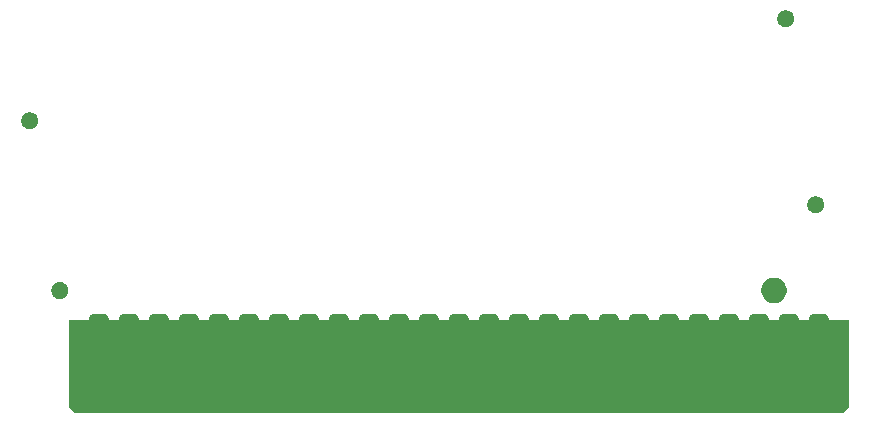
<source format=gbs>
G04 #@! TF.GenerationSoftware,KiCad,Pcbnew,(5.1.5-0-10_14)*
G04 #@! TF.CreationDate,2020-09-30T01:12:27-04:00*
G04 #@! TF.ProjectId,RAM128,52414d31-3238-42e6-9b69-6361645f7063,rev?*
G04 #@! TF.SameCoordinates,Original*
G04 #@! TF.FileFunction,Soldermask,Bot*
G04 #@! TF.FilePolarity,Negative*
%FSLAX46Y46*%
G04 Gerber Fmt 4.6, Leading zero omitted, Abs format (unit mm)*
G04 Created by KiCad (PCBNEW (5.1.5-0-10_14)) date 2020-09-30 01:12:27*
%MOMM*%
%LPD*%
G04 APERTURE LIST*
%ADD10C,0.100000*%
G04 APERTURE END LIST*
D10*
G36*
X139700000Y-139446000D02*
G01*
X139192000Y-139954000D01*
X74168000Y-139954000D01*
X73660000Y-139446000D01*
X73660000Y-132080000D01*
X139700000Y-132080000D01*
X139700000Y-139446000D01*
G37*
G36*
X137686355Y-131543544D02*
G01*
X137758967Y-131565570D01*
X137825881Y-131601336D01*
X137884531Y-131649469D01*
X137932664Y-131708119D01*
X137968430Y-131775033D01*
X137990456Y-131847645D01*
X137998200Y-131926267D01*
X137998200Y-138637733D01*
X137990456Y-138716355D01*
X137968430Y-138788967D01*
X137932664Y-138855881D01*
X137884531Y-138914531D01*
X137825881Y-138962664D01*
X137758967Y-138998430D01*
X137686355Y-139020456D01*
X137607733Y-139028200D01*
X136712267Y-139028200D01*
X136633645Y-139020456D01*
X136561033Y-138998430D01*
X136494119Y-138962664D01*
X136435469Y-138914531D01*
X136387336Y-138855881D01*
X136351570Y-138788967D01*
X136329544Y-138716355D01*
X136321800Y-138637733D01*
X136321800Y-131926267D01*
X136329544Y-131847645D01*
X136351570Y-131775033D01*
X136387336Y-131708119D01*
X136435469Y-131649469D01*
X136494119Y-131601336D01*
X136561033Y-131565570D01*
X136633645Y-131543544D01*
X136712267Y-131535800D01*
X137607733Y-131535800D01*
X137686355Y-131543544D01*
G37*
G36*
X135146355Y-131543544D02*
G01*
X135218967Y-131565570D01*
X135285881Y-131601336D01*
X135344531Y-131649469D01*
X135392664Y-131708119D01*
X135428430Y-131775033D01*
X135450456Y-131847645D01*
X135458200Y-131926267D01*
X135458200Y-138637733D01*
X135450456Y-138716355D01*
X135428430Y-138788967D01*
X135392664Y-138855881D01*
X135344531Y-138914531D01*
X135285881Y-138962664D01*
X135218967Y-138998430D01*
X135146355Y-139020456D01*
X135067733Y-139028200D01*
X134172267Y-139028200D01*
X134093645Y-139020456D01*
X134021033Y-138998430D01*
X133954119Y-138962664D01*
X133895469Y-138914531D01*
X133847336Y-138855881D01*
X133811570Y-138788967D01*
X133789544Y-138716355D01*
X133781800Y-138637733D01*
X133781800Y-131926267D01*
X133789544Y-131847645D01*
X133811570Y-131775033D01*
X133847336Y-131708119D01*
X133895469Y-131649469D01*
X133954119Y-131601336D01*
X134021033Y-131565570D01*
X134093645Y-131543544D01*
X134172267Y-131535800D01*
X135067733Y-131535800D01*
X135146355Y-131543544D01*
G37*
G36*
X132606355Y-131543544D02*
G01*
X132678967Y-131565570D01*
X132745881Y-131601336D01*
X132804531Y-131649469D01*
X132852664Y-131708119D01*
X132888430Y-131775033D01*
X132910456Y-131847645D01*
X132918200Y-131926267D01*
X132918200Y-138637733D01*
X132910456Y-138716355D01*
X132888430Y-138788967D01*
X132852664Y-138855881D01*
X132804531Y-138914531D01*
X132745881Y-138962664D01*
X132678967Y-138998430D01*
X132606355Y-139020456D01*
X132527733Y-139028200D01*
X131632267Y-139028200D01*
X131553645Y-139020456D01*
X131481033Y-138998430D01*
X131414119Y-138962664D01*
X131355469Y-138914531D01*
X131307336Y-138855881D01*
X131271570Y-138788967D01*
X131249544Y-138716355D01*
X131241800Y-138637733D01*
X131241800Y-131926267D01*
X131249544Y-131847645D01*
X131271570Y-131775033D01*
X131307336Y-131708119D01*
X131355469Y-131649469D01*
X131414119Y-131601336D01*
X131481033Y-131565570D01*
X131553645Y-131543544D01*
X131632267Y-131535800D01*
X132527733Y-131535800D01*
X132606355Y-131543544D01*
G37*
G36*
X130066355Y-131543544D02*
G01*
X130138967Y-131565570D01*
X130205881Y-131601336D01*
X130264531Y-131649469D01*
X130312664Y-131708119D01*
X130348430Y-131775033D01*
X130370456Y-131847645D01*
X130378200Y-131926267D01*
X130378200Y-138637733D01*
X130370456Y-138716355D01*
X130348430Y-138788967D01*
X130312664Y-138855881D01*
X130264531Y-138914531D01*
X130205881Y-138962664D01*
X130138967Y-138998430D01*
X130066355Y-139020456D01*
X129987733Y-139028200D01*
X129092267Y-139028200D01*
X129013645Y-139020456D01*
X128941033Y-138998430D01*
X128874119Y-138962664D01*
X128815469Y-138914531D01*
X128767336Y-138855881D01*
X128731570Y-138788967D01*
X128709544Y-138716355D01*
X128701800Y-138637733D01*
X128701800Y-131926267D01*
X128709544Y-131847645D01*
X128731570Y-131775033D01*
X128767336Y-131708119D01*
X128815469Y-131649469D01*
X128874119Y-131601336D01*
X128941033Y-131565570D01*
X129013645Y-131543544D01*
X129092267Y-131535800D01*
X129987733Y-131535800D01*
X130066355Y-131543544D01*
G37*
G36*
X127526355Y-131543544D02*
G01*
X127598967Y-131565570D01*
X127665881Y-131601336D01*
X127724531Y-131649469D01*
X127772664Y-131708119D01*
X127808430Y-131775033D01*
X127830456Y-131847645D01*
X127838200Y-131926267D01*
X127838200Y-138637733D01*
X127830456Y-138716355D01*
X127808430Y-138788967D01*
X127772664Y-138855881D01*
X127724531Y-138914531D01*
X127665881Y-138962664D01*
X127598967Y-138998430D01*
X127526355Y-139020456D01*
X127447733Y-139028200D01*
X126552267Y-139028200D01*
X126473645Y-139020456D01*
X126401033Y-138998430D01*
X126334119Y-138962664D01*
X126275469Y-138914531D01*
X126227336Y-138855881D01*
X126191570Y-138788967D01*
X126169544Y-138716355D01*
X126161800Y-138637733D01*
X126161800Y-131926267D01*
X126169544Y-131847645D01*
X126191570Y-131775033D01*
X126227336Y-131708119D01*
X126275469Y-131649469D01*
X126334119Y-131601336D01*
X126401033Y-131565570D01*
X126473645Y-131543544D01*
X126552267Y-131535800D01*
X127447733Y-131535800D01*
X127526355Y-131543544D01*
G37*
G36*
X124986355Y-131543544D02*
G01*
X125058967Y-131565570D01*
X125125881Y-131601336D01*
X125184531Y-131649469D01*
X125232664Y-131708119D01*
X125268430Y-131775033D01*
X125290456Y-131847645D01*
X125298200Y-131926267D01*
X125298200Y-138637733D01*
X125290456Y-138716355D01*
X125268430Y-138788967D01*
X125232664Y-138855881D01*
X125184531Y-138914531D01*
X125125881Y-138962664D01*
X125058967Y-138998430D01*
X124986355Y-139020456D01*
X124907733Y-139028200D01*
X124012267Y-139028200D01*
X123933645Y-139020456D01*
X123861033Y-138998430D01*
X123794119Y-138962664D01*
X123735469Y-138914531D01*
X123687336Y-138855881D01*
X123651570Y-138788967D01*
X123629544Y-138716355D01*
X123621800Y-138637733D01*
X123621800Y-131926267D01*
X123629544Y-131847645D01*
X123651570Y-131775033D01*
X123687336Y-131708119D01*
X123735469Y-131649469D01*
X123794119Y-131601336D01*
X123861033Y-131565570D01*
X123933645Y-131543544D01*
X124012267Y-131535800D01*
X124907733Y-131535800D01*
X124986355Y-131543544D01*
G37*
G36*
X122446355Y-131543544D02*
G01*
X122518967Y-131565570D01*
X122585881Y-131601336D01*
X122644531Y-131649469D01*
X122692664Y-131708119D01*
X122728430Y-131775033D01*
X122750456Y-131847645D01*
X122758200Y-131926267D01*
X122758200Y-138637733D01*
X122750456Y-138716355D01*
X122728430Y-138788967D01*
X122692664Y-138855881D01*
X122644531Y-138914531D01*
X122585881Y-138962664D01*
X122518967Y-138998430D01*
X122446355Y-139020456D01*
X122367733Y-139028200D01*
X121472267Y-139028200D01*
X121393645Y-139020456D01*
X121321033Y-138998430D01*
X121254119Y-138962664D01*
X121195469Y-138914531D01*
X121147336Y-138855881D01*
X121111570Y-138788967D01*
X121089544Y-138716355D01*
X121081800Y-138637733D01*
X121081800Y-131926267D01*
X121089544Y-131847645D01*
X121111570Y-131775033D01*
X121147336Y-131708119D01*
X121195469Y-131649469D01*
X121254119Y-131601336D01*
X121321033Y-131565570D01*
X121393645Y-131543544D01*
X121472267Y-131535800D01*
X122367733Y-131535800D01*
X122446355Y-131543544D01*
G37*
G36*
X119906355Y-131543544D02*
G01*
X119978967Y-131565570D01*
X120045881Y-131601336D01*
X120104531Y-131649469D01*
X120152664Y-131708119D01*
X120188430Y-131775033D01*
X120210456Y-131847645D01*
X120218200Y-131926267D01*
X120218200Y-138637733D01*
X120210456Y-138716355D01*
X120188430Y-138788967D01*
X120152664Y-138855881D01*
X120104531Y-138914531D01*
X120045881Y-138962664D01*
X119978967Y-138998430D01*
X119906355Y-139020456D01*
X119827733Y-139028200D01*
X118932267Y-139028200D01*
X118853645Y-139020456D01*
X118781033Y-138998430D01*
X118714119Y-138962664D01*
X118655469Y-138914531D01*
X118607336Y-138855881D01*
X118571570Y-138788967D01*
X118549544Y-138716355D01*
X118541800Y-138637733D01*
X118541800Y-131926267D01*
X118549544Y-131847645D01*
X118571570Y-131775033D01*
X118607336Y-131708119D01*
X118655469Y-131649469D01*
X118714119Y-131601336D01*
X118781033Y-131565570D01*
X118853645Y-131543544D01*
X118932267Y-131535800D01*
X119827733Y-131535800D01*
X119906355Y-131543544D01*
G37*
G36*
X117366355Y-131543544D02*
G01*
X117438967Y-131565570D01*
X117505881Y-131601336D01*
X117564531Y-131649469D01*
X117612664Y-131708119D01*
X117648430Y-131775033D01*
X117670456Y-131847645D01*
X117678200Y-131926267D01*
X117678200Y-138637733D01*
X117670456Y-138716355D01*
X117648430Y-138788967D01*
X117612664Y-138855881D01*
X117564531Y-138914531D01*
X117505881Y-138962664D01*
X117438967Y-138998430D01*
X117366355Y-139020456D01*
X117287733Y-139028200D01*
X116392267Y-139028200D01*
X116313645Y-139020456D01*
X116241033Y-138998430D01*
X116174119Y-138962664D01*
X116115469Y-138914531D01*
X116067336Y-138855881D01*
X116031570Y-138788967D01*
X116009544Y-138716355D01*
X116001800Y-138637733D01*
X116001800Y-131926267D01*
X116009544Y-131847645D01*
X116031570Y-131775033D01*
X116067336Y-131708119D01*
X116115469Y-131649469D01*
X116174119Y-131601336D01*
X116241033Y-131565570D01*
X116313645Y-131543544D01*
X116392267Y-131535800D01*
X117287733Y-131535800D01*
X117366355Y-131543544D01*
G37*
G36*
X114826355Y-131543544D02*
G01*
X114898967Y-131565570D01*
X114965881Y-131601336D01*
X115024531Y-131649469D01*
X115072664Y-131708119D01*
X115108430Y-131775033D01*
X115130456Y-131847645D01*
X115138200Y-131926267D01*
X115138200Y-138637733D01*
X115130456Y-138716355D01*
X115108430Y-138788967D01*
X115072664Y-138855881D01*
X115024531Y-138914531D01*
X114965881Y-138962664D01*
X114898967Y-138998430D01*
X114826355Y-139020456D01*
X114747733Y-139028200D01*
X113852267Y-139028200D01*
X113773645Y-139020456D01*
X113701033Y-138998430D01*
X113634119Y-138962664D01*
X113575469Y-138914531D01*
X113527336Y-138855881D01*
X113491570Y-138788967D01*
X113469544Y-138716355D01*
X113461800Y-138637733D01*
X113461800Y-131926267D01*
X113469544Y-131847645D01*
X113491570Y-131775033D01*
X113527336Y-131708119D01*
X113575469Y-131649469D01*
X113634119Y-131601336D01*
X113701033Y-131565570D01*
X113773645Y-131543544D01*
X113852267Y-131535800D01*
X114747733Y-131535800D01*
X114826355Y-131543544D01*
G37*
G36*
X112286355Y-131543544D02*
G01*
X112358967Y-131565570D01*
X112425881Y-131601336D01*
X112484531Y-131649469D01*
X112532664Y-131708119D01*
X112568430Y-131775033D01*
X112590456Y-131847645D01*
X112598200Y-131926267D01*
X112598200Y-138637733D01*
X112590456Y-138716355D01*
X112568430Y-138788967D01*
X112532664Y-138855881D01*
X112484531Y-138914531D01*
X112425881Y-138962664D01*
X112358967Y-138998430D01*
X112286355Y-139020456D01*
X112207733Y-139028200D01*
X111312267Y-139028200D01*
X111233645Y-139020456D01*
X111161033Y-138998430D01*
X111094119Y-138962664D01*
X111035469Y-138914531D01*
X110987336Y-138855881D01*
X110951570Y-138788967D01*
X110929544Y-138716355D01*
X110921800Y-138637733D01*
X110921800Y-131926267D01*
X110929544Y-131847645D01*
X110951570Y-131775033D01*
X110987336Y-131708119D01*
X111035469Y-131649469D01*
X111094119Y-131601336D01*
X111161033Y-131565570D01*
X111233645Y-131543544D01*
X111312267Y-131535800D01*
X112207733Y-131535800D01*
X112286355Y-131543544D01*
G37*
G36*
X109746355Y-131543544D02*
G01*
X109818967Y-131565570D01*
X109885881Y-131601336D01*
X109944531Y-131649469D01*
X109992664Y-131708119D01*
X110028430Y-131775033D01*
X110050456Y-131847645D01*
X110058200Y-131926267D01*
X110058200Y-138637733D01*
X110050456Y-138716355D01*
X110028430Y-138788967D01*
X109992664Y-138855881D01*
X109944531Y-138914531D01*
X109885881Y-138962664D01*
X109818967Y-138998430D01*
X109746355Y-139020456D01*
X109667733Y-139028200D01*
X108772267Y-139028200D01*
X108693645Y-139020456D01*
X108621033Y-138998430D01*
X108554119Y-138962664D01*
X108495469Y-138914531D01*
X108447336Y-138855881D01*
X108411570Y-138788967D01*
X108389544Y-138716355D01*
X108381800Y-138637733D01*
X108381800Y-131926267D01*
X108389544Y-131847645D01*
X108411570Y-131775033D01*
X108447336Y-131708119D01*
X108495469Y-131649469D01*
X108554119Y-131601336D01*
X108621033Y-131565570D01*
X108693645Y-131543544D01*
X108772267Y-131535800D01*
X109667733Y-131535800D01*
X109746355Y-131543544D01*
G37*
G36*
X107206355Y-131543544D02*
G01*
X107278967Y-131565570D01*
X107345881Y-131601336D01*
X107404531Y-131649469D01*
X107452664Y-131708119D01*
X107488430Y-131775033D01*
X107510456Y-131847645D01*
X107518200Y-131926267D01*
X107518200Y-138637733D01*
X107510456Y-138716355D01*
X107488430Y-138788967D01*
X107452664Y-138855881D01*
X107404531Y-138914531D01*
X107345881Y-138962664D01*
X107278967Y-138998430D01*
X107206355Y-139020456D01*
X107127733Y-139028200D01*
X106232267Y-139028200D01*
X106153645Y-139020456D01*
X106081033Y-138998430D01*
X106014119Y-138962664D01*
X105955469Y-138914531D01*
X105907336Y-138855881D01*
X105871570Y-138788967D01*
X105849544Y-138716355D01*
X105841800Y-138637733D01*
X105841800Y-131926267D01*
X105849544Y-131847645D01*
X105871570Y-131775033D01*
X105907336Y-131708119D01*
X105955469Y-131649469D01*
X106014119Y-131601336D01*
X106081033Y-131565570D01*
X106153645Y-131543544D01*
X106232267Y-131535800D01*
X107127733Y-131535800D01*
X107206355Y-131543544D01*
G37*
G36*
X104666355Y-131543544D02*
G01*
X104738967Y-131565570D01*
X104805881Y-131601336D01*
X104864531Y-131649469D01*
X104912664Y-131708119D01*
X104948430Y-131775033D01*
X104970456Y-131847645D01*
X104978200Y-131926267D01*
X104978200Y-138637733D01*
X104970456Y-138716355D01*
X104948430Y-138788967D01*
X104912664Y-138855881D01*
X104864531Y-138914531D01*
X104805881Y-138962664D01*
X104738967Y-138998430D01*
X104666355Y-139020456D01*
X104587733Y-139028200D01*
X103692267Y-139028200D01*
X103613645Y-139020456D01*
X103541033Y-138998430D01*
X103474119Y-138962664D01*
X103415469Y-138914531D01*
X103367336Y-138855881D01*
X103331570Y-138788967D01*
X103309544Y-138716355D01*
X103301800Y-138637733D01*
X103301800Y-131926267D01*
X103309544Y-131847645D01*
X103331570Y-131775033D01*
X103367336Y-131708119D01*
X103415469Y-131649469D01*
X103474119Y-131601336D01*
X103541033Y-131565570D01*
X103613645Y-131543544D01*
X103692267Y-131535800D01*
X104587733Y-131535800D01*
X104666355Y-131543544D01*
G37*
G36*
X102126355Y-131543544D02*
G01*
X102198967Y-131565570D01*
X102265881Y-131601336D01*
X102324531Y-131649469D01*
X102372664Y-131708119D01*
X102408430Y-131775033D01*
X102430456Y-131847645D01*
X102438200Y-131926267D01*
X102438200Y-138637733D01*
X102430456Y-138716355D01*
X102408430Y-138788967D01*
X102372664Y-138855881D01*
X102324531Y-138914531D01*
X102265881Y-138962664D01*
X102198967Y-138998430D01*
X102126355Y-139020456D01*
X102047733Y-139028200D01*
X101152267Y-139028200D01*
X101073645Y-139020456D01*
X101001033Y-138998430D01*
X100934119Y-138962664D01*
X100875469Y-138914531D01*
X100827336Y-138855881D01*
X100791570Y-138788967D01*
X100769544Y-138716355D01*
X100761800Y-138637733D01*
X100761800Y-131926267D01*
X100769544Y-131847645D01*
X100791570Y-131775033D01*
X100827336Y-131708119D01*
X100875469Y-131649469D01*
X100934119Y-131601336D01*
X101001033Y-131565570D01*
X101073645Y-131543544D01*
X101152267Y-131535800D01*
X102047733Y-131535800D01*
X102126355Y-131543544D01*
G37*
G36*
X99586355Y-131543544D02*
G01*
X99658967Y-131565570D01*
X99725881Y-131601336D01*
X99784531Y-131649469D01*
X99832664Y-131708119D01*
X99868430Y-131775033D01*
X99890456Y-131847645D01*
X99898200Y-131926267D01*
X99898200Y-138637733D01*
X99890456Y-138716355D01*
X99868430Y-138788967D01*
X99832664Y-138855881D01*
X99784531Y-138914531D01*
X99725881Y-138962664D01*
X99658967Y-138998430D01*
X99586355Y-139020456D01*
X99507733Y-139028200D01*
X98612267Y-139028200D01*
X98533645Y-139020456D01*
X98461033Y-138998430D01*
X98394119Y-138962664D01*
X98335469Y-138914531D01*
X98287336Y-138855881D01*
X98251570Y-138788967D01*
X98229544Y-138716355D01*
X98221800Y-138637733D01*
X98221800Y-131926267D01*
X98229544Y-131847645D01*
X98251570Y-131775033D01*
X98287336Y-131708119D01*
X98335469Y-131649469D01*
X98394119Y-131601336D01*
X98461033Y-131565570D01*
X98533645Y-131543544D01*
X98612267Y-131535800D01*
X99507733Y-131535800D01*
X99586355Y-131543544D01*
G37*
G36*
X97046355Y-131543544D02*
G01*
X97118967Y-131565570D01*
X97185881Y-131601336D01*
X97244531Y-131649469D01*
X97292664Y-131708119D01*
X97328430Y-131775033D01*
X97350456Y-131847645D01*
X97358200Y-131926267D01*
X97358200Y-138637733D01*
X97350456Y-138716355D01*
X97328430Y-138788967D01*
X97292664Y-138855881D01*
X97244531Y-138914531D01*
X97185881Y-138962664D01*
X97118967Y-138998430D01*
X97046355Y-139020456D01*
X96967733Y-139028200D01*
X96072267Y-139028200D01*
X95993645Y-139020456D01*
X95921033Y-138998430D01*
X95854119Y-138962664D01*
X95795469Y-138914531D01*
X95747336Y-138855881D01*
X95711570Y-138788967D01*
X95689544Y-138716355D01*
X95681800Y-138637733D01*
X95681800Y-131926267D01*
X95689544Y-131847645D01*
X95711570Y-131775033D01*
X95747336Y-131708119D01*
X95795469Y-131649469D01*
X95854119Y-131601336D01*
X95921033Y-131565570D01*
X95993645Y-131543544D01*
X96072267Y-131535800D01*
X96967733Y-131535800D01*
X97046355Y-131543544D01*
G37*
G36*
X94506355Y-131543544D02*
G01*
X94578967Y-131565570D01*
X94645881Y-131601336D01*
X94704531Y-131649469D01*
X94752664Y-131708119D01*
X94788430Y-131775033D01*
X94810456Y-131847645D01*
X94818200Y-131926267D01*
X94818200Y-138637733D01*
X94810456Y-138716355D01*
X94788430Y-138788967D01*
X94752664Y-138855881D01*
X94704531Y-138914531D01*
X94645881Y-138962664D01*
X94578967Y-138998430D01*
X94506355Y-139020456D01*
X94427733Y-139028200D01*
X93532267Y-139028200D01*
X93453645Y-139020456D01*
X93381033Y-138998430D01*
X93314119Y-138962664D01*
X93255469Y-138914531D01*
X93207336Y-138855881D01*
X93171570Y-138788967D01*
X93149544Y-138716355D01*
X93141800Y-138637733D01*
X93141800Y-131926267D01*
X93149544Y-131847645D01*
X93171570Y-131775033D01*
X93207336Y-131708119D01*
X93255469Y-131649469D01*
X93314119Y-131601336D01*
X93381033Y-131565570D01*
X93453645Y-131543544D01*
X93532267Y-131535800D01*
X94427733Y-131535800D01*
X94506355Y-131543544D01*
G37*
G36*
X91966355Y-131543544D02*
G01*
X92038967Y-131565570D01*
X92105881Y-131601336D01*
X92164531Y-131649469D01*
X92212664Y-131708119D01*
X92248430Y-131775033D01*
X92270456Y-131847645D01*
X92278200Y-131926267D01*
X92278200Y-138637733D01*
X92270456Y-138716355D01*
X92248430Y-138788967D01*
X92212664Y-138855881D01*
X92164531Y-138914531D01*
X92105881Y-138962664D01*
X92038967Y-138998430D01*
X91966355Y-139020456D01*
X91887733Y-139028200D01*
X90992267Y-139028200D01*
X90913645Y-139020456D01*
X90841033Y-138998430D01*
X90774119Y-138962664D01*
X90715469Y-138914531D01*
X90667336Y-138855881D01*
X90631570Y-138788967D01*
X90609544Y-138716355D01*
X90601800Y-138637733D01*
X90601800Y-131926267D01*
X90609544Y-131847645D01*
X90631570Y-131775033D01*
X90667336Y-131708119D01*
X90715469Y-131649469D01*
X90774119Y-131601336D01*
X90841033Y-131565570D01*
X90913645Y-131543544D01*
X90992267Y-131535800D01*
X91887733Y-131535800D01*
X91966355Y-131543544D01*
G37*
G36*
X89426355Y-131543544D02*
G01*
X89498967Y-131565570D01*
X89565881Y-131601336D01*
X89624531Y-131649469D01*
X89672664Y-131708119D01*
X89708430Y-131775033D01*
X89730456Y-131847645D01*
X89738200Y-131926267D01*
X89738200Y-138637733D01*
X89730456Y-138716355D01*
X89708430Y-138788967D01*
X89672664Y-138855881D01*
X89624531Y-138914531D01*
X89565881Y-138962664D01*
X89498967Y-138998430D01*
X89426355Y-139020456D01*
X89347733Y-139028200D01*
X88452267Y-139028200D01*
X88373645Y-139020456D01*
X88301033Y-138998430D01*
X88234119Y-138962664D01*
X88175469Y-138914531D01*
X88127336Y-138855881D01*
X88091570Y-138788967D01*
X88069544Y-138716355D01*
X88061800Y-138637733D01*
X88061800Y-131926267D01*
X88069544Y-131847645D01*
X88091570Y-131775033D01*
X88127336Y-131708119D01*
X88175469Y-131649469D01*
X88234119Y-131601336D01*
X88301033Y-131565570D01*
X88373645Y-131543544D01*
X88452267Y-131535800D01*
X89347733Y-131535800D01*
X89426355Y-131543544D01*
G37*
G36*
X86886355Y-131543544D02*
G01*
X86958967Y-131565570D01*
X87025881Y-131601336D01*
X87084531Y-131649469D01*
X87132664Y-131708119D01*
X87168430Y-131775033D01*
X87190456Y-131847645D01*
X87198200Y-131926267D01*
X87198200Y-138637733D01*
X87190456Y-138716355D01*
X87168430Y-138788967D01*
X87132664Y-138855881D01*
X87084531Y-138914531D01*
X87025881Y-138962664D01*
X86958967Y-138998430D01*
X86886355Y-139020456D01*
X86807733Y-139028200D01*
X85912267Y-139028200D01*
X85833645Y-139020456D01*
X85761033Y-138998430D01*
X85694119Y-138962664D01*
X85635469Y-138914531D01*
X85587336Y-138855881D01*
X85551570Y-138788967D01*
X85529544Y-138716355D01*
X85521800Y-138637733D01*
X85521800Y-131926267D01*
X85529544Y-131847645D01*
X85551570Y-131775033D01*
X85587336Y-131708119D01*
X85635469Y-131649469D01*
X85694119Y-131601336D01*
X85761033Y-131565570D01*
X85833645Y-131543544D01*
X85912267Y-131535800D01*
X86807733Y-131535800D01*
X86886355Y-131543544D01*
G37*
G36*
X84346355Y-131543544D02*
G01*
X84418967Y-131565570D01*
X84485881Y-131601336D01*
X84544531Y-131649469D01*
X84592664Y-131708119D01*
X84628430Y-131775033D01*
X84650456Y-131847645D01*
X84658200Y-131926267D01*
X84658200Y-138637733D01*
X84650456Y-138716355D01*
X84628430Y-138788967D01*
X84592664Y-138855881D01*
X84544531Y-138914531D01*
X84485881Y-138962664D01*
X84418967Y-138998430D01*
X84346355Y-139020456D01*
X84267733Y-139028200D01*
X83372267Y-139028200D01*
X83293645Y-139020456D01*
X83221033Y-138998430D01*
X83154119Y-138962664D01*
X83095469Y-138914531D01*
X83047336Y-138855881D01*
X83011570Y-138788967D01*
X82989544Y-138716355D01*
X82981800Y-138637733D01*
X82981800Y-131926267D01*
X82989544Y-131847645D01*
X83011570Y-131775033D01*
X83047336Y-131708119D01*
X83095469Y-131649469D01*
X83154119Y-131601336D01*
X83221033Y-131565570D01*
X83293645Y-131543544D01*
X83372267Y-131535800D01*
X84267733Y-131535800D01*
X84346355Y-131543544D01*
G37*
G36*
X81806355Y-131543544D02*
G01*
X81878967Y-131565570D01*
X81945881Y-131601336D01*
X82004531Y-131649469D01*
X82052664Y-131708119D01*
X82088430Y-131775033D01*
X82110456Y-131847645D01*
X82118200Y-131926267D01*
X82118200Y-138637733D01*
X82110456Y-138716355D01*
X82088430Y-138788967D01*
X82052664Y-138855881D01*
X82004531Y-138914531D01*
X81945881Y-138962664D01*
X81878967Y-138998430D01*
X81806355Y-139020456D01*
X81727733Y-139028200D01*
X80832267Y-139028200D01*
X80753645Y-139020456D01*
X80681033Y-138998430D01*
X80614119Y-138962664D01*
X80555469Y-138914531D01*
X80507336Y-138855881D01*
X80471570Y-138788967D01*
X80449544Y-138716355D01*
X80441800Y-138637733D01*
X80441800Y-131926267D01*
X80449544Y-131847645D01*
X80471570Y-131775033D01*
X80507336Y-131708119D01*
X80555469Y-131649469D01*
X80614119Y-131601336D01*
X80681033Y-131565570D01*
X80753645Y-131543544D01*
X80832267Y-131535800D01*
X81727733Y-131535800D01*
X81806355Y-131543544D01*
G37*
G36*
X79266355Y-131543544D02*
G01*
X79338967Y-131565570D01*
X79405881Y-131601336D01*
X79464531Y-131649469D01*
X79512664Y-131708119D01*
X79548430Y-131775033D01*
X79570456Y-131847645D01*
X79578200Y-131926267D01*
X79578200Y-138637733D01*
X79570456Y-138716355D01*
X79548430Y-138788967D01*
X79512664Y-138855881D01*
X79464531Y-138914531D01*
X79405881Y-138962664D01*
X79338967Y-138998430D01*
X79266355Y-139020456D01*
X79187733Y-139028200D01*
X78292267Y-139028200D01*
X78213645Y-139020456D01*
X78141033Y-138998430D01*
X78074119Y-138962664D01*
X78015469Y-138914531D01*
X77967336Y-138855881D01*
X77931570Y-138788967D01*
X77909544Y-138716355D01*
X77901800Y-138637733D01*
X77901800Y-131926267D01*
X77909544Y-131847645D01*
X77931570Y-131775033D01*
X77967336Y-131708119D01*
X78015469Y-131649469D01*
X78074119Y-131601336D01*
X78141033Y-131565570D01*
X78213645Y-131543544D01*
X78292267Y-131535800D01*
X79187733Y-131535800D01*
X79266355Y-131543544D01*
G37*
G36*
X76726355Y-131543544D02*
G01*
X76798967Y-131565570D01*
X76865881Y-131601336D01*
X76924531Y-131649469D01*
X76972664Y-131708119D01*
X77008430Y-131775033D01*
X77030456Y-131847645D01*
X77038200Y-131926267D01*
X77038200Y-138637733D01*
X77030456Y-138716355D01*
X77008430Y-138788967D01*
X76972664Y-138855881D01*
X76924531Y-138914531D01*
X76865881Y-138962664D01*
X76798967Y-138998430D01*
X76726355Y-139020456D01*
X76647733Y-139028200D01*
X75752267Y-139028200D01*
X75673645Y-139020456D01*
X75601033Y-138998430D01*
X75534119Y-138962664D01*
X75475469Y-138914531D01*
X75427336Y-138855881D01*
X75391570Y-138788967D01*
X75369544Y-138716355D01*
X75361800Y-138637733D01*
X75361800Y-131926267D01*
X75369544Y-131847645D01*
X75391570Y-131775033D01*
X75427336Y-131708119D01*
X75475469Y-131649469D01*
X75534119Y-131601336D01*
X75601033Y-131565570D01*
X75673645Y-131543544D01*
X75752267Y-131535800D01*
X76647733Y-131535800D01*
X76726355Y-131543544D01*
G37*
G36*
X133663914Y-128505157D02*
G01*
X133859777Y-128586286D01*
X134036033Y-128704057D01*
X134185943Y-128853967D01*
X134303714Y-129030223D01*
X134384843Y-129226086D01*
X134426200Y-129434004D01*
X134426200Y-129645996D01*
X134384843Y-129853914D01*
X134303714Y-130049777D01*
X134185943Y-130226033D01*
X134036033Y-130375943D01*
X133859777Y-130493714D01*
X133663914Y-130574843D01*
X133455996Y-130616200D01*
X133244004Y-130616200D01*
X133036086Y-130574843D01*
X132840223Y-130493714D01*
X132663967Y-130375943D01*
X132514057Y-130226033D01*
X132396286Y-130049777D01*
X132315157Y-129853914D01*
X132273800Y-129645996D01*
X132273800Y-129434004D01*
X132315157Y-129226086D01*
X132396286Y-129030223D01*
X132514057Y-128853967D01*
X132663967Y-128704057D01*
X132840223Y-128586286D01*
X133036086Y-128505157D01*
X133244004Y-128463800D01*
X133455996Y-128463800D01*
X133663914Y-128505157D01*
G37*
G36*
X73015933Y-128825274D02*
G01*
X73109185Y-128843823D01*
X73240939Y-128898398D01*
X73240940Y-128898399D01*
X73240943Y-128898400D01*
X73359523Y-128977633D01*
X73460367Y-129078477D01*
X73539600Y-129197057D01*
X73539601Y-129197060D01*
X73539602Y-129197061D01*
X73594177Y-129328815D01*
X73622000Y-129468693D01*
X73622000Y-129611307D01*
X73594177Y-129751185D01*
X73539602Y-129882939D01*
X73539600Y-129882943D01*
X73460367Y-130001523D01*
X73359523Y-130102367D01*
X73240943Y-130181600D01*
X73240940Y-130181601D01*
X73240939Y-130181602D01*
X73109185Y-130236177D01*
X73015933Y-130254726D01*
X72969308Y-130264000D01*
X72826692Y-130264000D01*
X72780067Y-130254726D01*
X72686815Y-130236177D01*
X72555061Y-130181602D01*
X72555060Y-130181601D01*
X72555057Y-130181600D01*
X72436477Y-130102367D01*
X72335633Y-130001523D01*
X72256400Y-129882943D01*
X72256398Y-129882939D01*
X72201823Y-129751185D01*
X72174000Y-129611307D01*
X72174000Y-129468693D01*
X72201823Y-129328815D01*
X72256398Y-129197061D01*
X72256399Y-129197060D01*
X72256400Y-129197057D01*
X72335633Y-129078477D01*
X72436477Y-128977633D01*
X72555057Y-128898400D01*
X72555060Y-128898399D01*
X72555061Y-128898398D01*
X72686815Y-128843823D01*
X72780067Y-128825274D01*
X72826692Y-128816000D01*
X72969308Y-128816000D01*
X73015933Y-128825274D01*
G37*
G36*
X137023933Y-121586274D02*
G01*
X137117185Y-121604823D01*
X137248939Y-121659398D01*
X137248940Y-121659399D01*
X137248943Y-121659400D01*
X137367523Y-121738633D01*
X137468367Y-121839477D01*
X137547600Y-121958057D01*
X137547601Y-121958060D01*
X137547602Y-121958061D01*
X137602177Y-122089815D01*
X137630000Y-122229693D01*
X137630000Y-122372307D01*
X137602177Y-122512185D01*
X137547602Y-122643939D01*
X137547600Y-122643943D01*
X137468367Y-122762523D01*
X137367523Y-122863367D01*
X137248943Y-122942600D01*
X137248940Y-122942601D01*
X137248939Y-122942602D01*
X137117185Y-122997177D01*
X137023933Y-123015726D01*
X136977308Y-123025000D01*
X136834692Y-123025000D01*
X136788067Y-123015726D01*
X136694815Y-122997177D01*
X136563061Y-122942602D01*
X136563060Y-122942601D01*
X136563057Y-122942600D01*
X136444477Y-122863367D01*
X136343633Y-122762523D01*
X136264400Y-122643943D01*
X136264398Y-122643939D01*
X136209823Y-122512185D01*
X136182000Y-122372307D01*
X136182000Y-122229693D01*
X136209823Y-122089815D01*
X136264398Y-121958061D01*
X136264399Y-121958060D01*
X136264400Y-121958057D01*
X136343633Y-121839477D01*
X136444477Y-121738633D01*
X136563057Y-121659400D01*
X136563060Y-121659399D01*
X136563061Y-121659398D01*
X136694815Y-121604823D01*
X136788067Y-121586274D01*
X136834692Y-121577000D01*
X136977308Y-121577000D01*
X137023933Y-121586274D01*
G37*
G36*
X70475933Y-114474274D02*
G01*
X70569185Y-114492823D01*
X70700939Y-114547398D01*
X70700940Y-114547399D01*
X70700943Y-114547400D01*
X70819523Y-114626633D01*
X70920367Y-114727477D01*
X70999600Y-114846057D01*
X70999601Y-114846060D01*
X70999602Y-114846061D01*
X71054177Y-114977815D01*
X71082000Y-115117693D01*
X71082000Y-115260307D01*
X71054177Y-115400185D01*
X70999602Y-115531939D01*
X70999600Y-115531943D01*
X70920367Y-115650523D01*
X70819523Y-115751367D01*
X70700943Y-115830600D01*
X70700940Y-115830601D01*
X70700939Y-115830602D01*
X70569185Y-115885177D01*
X70475933Y-115903726D01*
X70429308Y-115913000D01*
X70286692Y-115913000D01*
X70240067Y-115903726D01*
X70146815Y-115885177D01*
X70015061Y-115830602D01*
X70015060Y-115830601D01*
X70015057Y-115830600D01*
X69896477Y-115751367D01*
X69795633Y-115650523D01*
X69716400Y-115531943D01*
X69716398Y-115531939D01*
X69661823Y-115400185D01*
X69634000Y-115260307D01*
X69634000Y-115117693D01*
X69661823Y-114977815D01*
X69716398Y-114846061D01*
X69716399Y-114846060D01*
X69716400Y-114846057D01*
X69795633Y-114727477D01*
X69896477Y-114626633D01*
X70015057Y-114547400D01*
X70015060Y-114547399D01*
X70015061Y-114547398D01*
X70146815Y-114492823D01*
X70240067Y-114474274D01*
X70286692Y-114465000D01*
X70429308Y-114465000D01*
X70475933Y-114474274D01*
G37*
G36*
X134483933Y-105838274D02*
G01*
X134577185Y-105856823D01*
X134708939Y-105911398D01*
X134708940Y-105911399D01*
X134708943Y-105911400D01*
X134827523Y-105990633D01*
X134928367Y-106091477D01*
X135007600Y-106210057D01*
X135007601Y-106210060D01*
X135007602Y-106210061D01*
X135062177Y-106341815D01*
X135090000Y-106481693D01*
X135090000Y-106624307D01*
X135062177Y-106764185D01*
X135007602Y-106895939D01*
X135007600Y-106895943D01*
X134928367Y-107014523D01*
X134827523Y-107115367D01*
X134708943Y-107194600D01*
X134708940Y-107194601D01*
X134708939Y-107194602D01*
X134577185Y-107249177D01*
X134483933Y-107267726D01*
X134437308Y-107277000D01*
X134294692Y-107277000D01*
X134248067Y-107267726D01*
X134154815Y-107249177D01*
X134023061Y-107194602D01*
X134023060Y-107194601D01*
X134023057Y-107194600D01*
X133904477Y-107115367D01*
X133803633Y-107014523D01*
X133724400Y-106895943D01*
X133724398Y-106895939D01*
X133669823Y-106764185D01*
X133642000Y-106624307D01*
X133642000Y-106481693D01*
X133669823Y-106341815D01*
X133724398Y-106210061D01*
X133724399Y-106210060D01*
X133724400Y-106210057D01*
X133803633Y-106091477D01*
X133904477Y-105990633D01*
X134023057Y-105911400D01*
X134023060Y-105911399D01*
X134023061Y-105911398D01*
X134154815Y-105856823D01*
X134248067Y-105838274D01*
X134294692Y-105829000D01*
X134437308Y-105829000D01*
X134483933Y-105838274D01*
G37*
M02*

</source>
